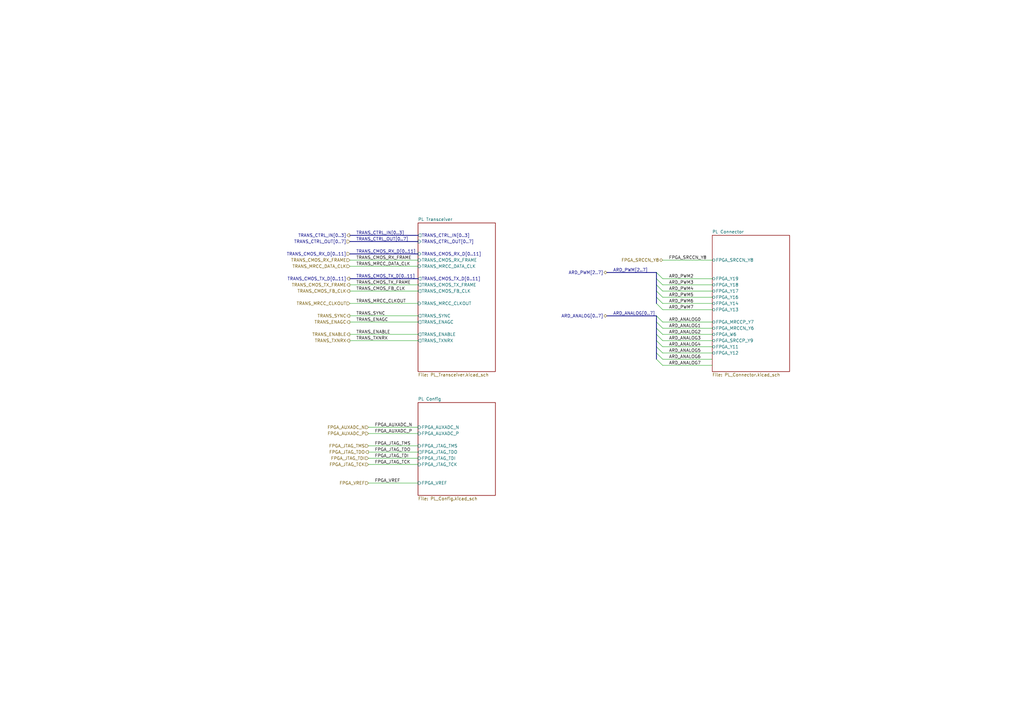
<source format=kicad_sch>
(kicad_sch (version 20220126) (generator eeschema)
  (paper "A3")
  (lib_symbols)
  (bus_entry (at 269.24 124.46) (size 2.54 2.54))
  (bus_entry (at 269.24 142.24) (size 2.54 2.54))
  (bus_entry (at 269.24 116.84) (size 2.54 2.54))
  (bus_entry (at 269.24 144.78) (size 2.54 2.54))
  (bus_entry (at 269.24 137.16) (size 2.54 2.54))
  (bus_entry (at 269.24 111.76) (size 2.54 2.54))
  (bus_entry (at 269.24 132.08) (size 2.54 2.54))
  (bus_entry (at 269.24 147.32) (size 2.54 2.54))
  (bus_entry (at 269.24 114.3) (size 2.54 2.54))
  (bus_entry (at 269.24 129.54) (size 2.54 2.54))
  (bus_entry (at 269.24 121.92) (size 2.54 2.54))
  (bus_entry (at 269.24 139.7) (size 2.54 2.54))
  (bus_entry (at 269.24 119.38) (size 2.54 2.54))
  (bus_entry (at 269.24 134.62) (size 2.54 2.54))
  (wire (pts (xy 271.78 124.46) (xy 292.1 124.46)))
  (wire (pts (xy 151.13 182.88) (xy 171.45 182.88)))
  (bus (pts (xy 143.51 114.3) (xy 171.45 114.3)))
  (bus (pts (xy 269.24 119.38) (xy 269.24 116.84)))
  (wire (pts (xy 143.51 139.7) (xy 171.45 139.7)))
  (bus (pts (xy 269.24 134.62) (xy 269.24 132.08)))
  (wire (pts (xy 143.51 109.22) (xy 171.45 109.22)))
  (wire (pts (xy 271.78 139.7) (xy 292.1 139.7)))
  (wire (pts (xy 271.78 149.86) (xy 292.1 149.86)))
  (bus (pts (xy 269.24 137.16) (xy 269.24 134.62)))
  (bus (pts (xy 269.24 139.7) (xy 269.24 137.16)))
  (bus (pts (xy 269.24 139.7) (xy 269.24 142.24)))
  (wire (pts (xy 151.13 175.26) (xy 171.45 175.26)))
  (bus (pts (xy 269.24 116.84) (xy 269.24 114.3)))
  (wire (pts (xy 143.51 119.38) (xy 171.45 119.38)))
  (wire (pts (xy 143.51 129.54) (xy 171.45 129.54)))
  (bus (pts (xy 269.24 132.08) (xy 269.24 129.54)))
  (wire (pts (xy 271.78 147.32) (xy 292.1 147.32)))
  (wire (pts (xy 271.78 121.92) (xy 292.1 121.92)))
  (bus (pts (xy 248.92 129.54) (xy 269.24 129.54)))
  (wire (pts (xy 143.51 124.46) (xy 171.45 124.46)))
  (bus (pts (xy 269.24 144.78) (xy 269.24 147.32)))
  (wire (pts (xy 271.78 119.38) (xy 292.1 119.38)))
  (bus (pts (xy 269.24 114.3) (xy 269.24 111.76)))
  (wire (pts (xy 151.13 190.5) (xy 171.45 190.5)))
  (bus (pts (xy 143.51 99.06) (xy 171.45 99.06)))
  (wire (pts (xy 143.51 132.08) (xy 171.45 132.08)))
  (wire (pts (xy 271.78 132.08) (xy 292.1 132.08)))
  (bus (pts (xy 143.51 96.52) (xy 171.45 96.52)))
  (wire (pts (xy 271.78 137.16) (xy 292.1 137.16)))
  (wire (pts (xy 151.13 187.96) (xy 171.45 187.96)))
  (wire (pts (xy 151.13 185.42) (xy 171.45 185.42)))
  (bus (pts (xy 143.51 104.14) (xy 171.45 104.14)))
  (wire (pts (xy 271.78 106.68) (xy 292.1 106.68)))
  (bus (pts (xy 269.24 142.24) (xy 269.24 144.78)))
  (wire (pts (xy 271.78 116.84) (xy 292.1 116.84)))
  (wire (pts (xy 271.78 114.3) (xy 292.1 114.3)))
  (bus (pts (xy 269.24 121.92) (xy 269.24 119.38)))
  (bus (pts (xy 248.92 111.76) (xy 269.24 111.76)))
  (wire (pts (xy 271.78 127) (xy 292.1 127)))
  (bus (pts (xy 269.24 124.46) (xy 269.24 121.92)))
  (wire (pts (xy 271.78 142.24) (xy 292.1 142.24)))
  (wire (pts (xy 151.13 177.8) (xy 171.45 177.8)))
  (wire (pts (xy 143.51 116.84) (xy 171.45 116.84)))
  (wire (pts (xy 143.51 106.68) (xy 171.45 106.68)))
  (wire (pts (xy 151.13 198.12) (xy 171.45 198.12)))
  (wire (pts (xy 143.51 137.16) (xy 171.45 137.16)))
  (wire (pts (xy 271.78 134.62) (xy 292.1 134.62)))
  (wire (pts (xy 271.78 144.78) (xy 292.1 144.78)))
  (label "FPGA_AUXADC_N" (at 153.67 175.26 0))
  (label "ARD_PWM6" (at 274.32 124.46 0))
  (label "TRANS_CTRL_IN[0..3]" (at 146.05 96.52 0))
  (label "ARD_ANALOG0" (at 274.32 132.08 0))
  (label "ARD_ANALOG1" (at 274.32 134.62 0))
  (label "ARD_ANALOG2" (at 274.32 137.16 0))
  (label "FPGA_VREF" (at 153.67 198.12 0))
  (label "ARD_ANALOG5" (at 274.32 144.78 0))
  (label "FPGA_JTAG_TMS" (at 153.67 182.88 0))
  (label "ARD_ANALOG4" (at 274.32 142.24 0))
  (label "ARD_ANALOG6" (at 274.32 147.32 0))
  (label "FPGA_JTAG_TDI" (at 153.67 187.96 0))
  (label "TRANS_CMOS_FB_CLK" (at 146.05 119.38 0))
  (label "TRANS_MRCC_DATA_CLK" (at 146.05 109.22 0))
  (label "ARD_PWM3" (at 274.32 116.84 0))
  (label "ARD_ANALOG7" (at 274.32 149.86 0))
  (label "TRANS_ENAGC" (at 146.05 132.08 0))
  (label "TRANS_TXNRX" (at 146.05 139.7 0))
  (label "TRANS_CMOS_RX_FRAME" (at 146.05 106.68 0))
  (label "TRANS_SYNC" (at 146.05 129.54 0))
  (label "ARD_PWM5" (at 274.32 121.92 0))
  (label "ARD_ANALOG[0..7]" (at 251.46 129.54 0))
  (label "TRANS_ENABLE" (at 146.05 137.16 0))
  (label "TRANS_MRCC_CLKOUT" (at 146.05 124.46 0))
  (label "TRANS_CTRL_OUT[0..7]" (at 146.05 99.06 0))
  (label "FPGA_JTAG_TDO" (at 153.67 185.42 0))
  (label "FPGA_JTAG_TCK" (at 153.67 190.5 0))
  (label "TRANS_CMOS_TX_FRAME" (at 146.05 116.84 0))
  (label "ARD_PWM4" (at 274.32 119.38 0))
  (label "TRANS_CMOS_TX_D[0..11]" (at 146.05 114.3 0))
  (label "TRANS_CMOS_RX_D[0..11]" (at 146.05 104.14 0))
  (label "FPGA_SRCCN_Y8" (at 274.32 106.68 0))
  (label "ARD_PWM[2..7]" (at 251.46 111.76 0))
  (label "ARD_PWM7" (at 274.32 127 0))
  (label "ARD_ANALOG3" (at 274.32 139.7 0))
  (label "ARD_PWM2" (at 274.32 114.3 0))
  (label "FPGA_AUXADC_P" (at 153.67 177.8 0))
  (hierarchical_label "TRANS_ENAGC" (shape output) (at 143.51 132.08 180))
  (hierarchical_label "TRANS_MRCC_CLKOUT" (shape input) (at 143.51 124.46 180))
  (hierarchical_label "TRANS_CMOS_RX_D[0..11]" (shape input) (at 143.51 104.14 180))
  (hierarchical_label "FPGA_AUXADC_P" (shape input) (at 151.13 177.8 180))
  (hierarchical_label "FPGA_AUXADC_N" (shape input) (at 151.13 175.26 180))
  (hierarchical_label "TRANS_CMOS_FB_CLK" (shape output) (at 143.51 119.38 180))
  (hierarchical_label "TRANS_CMOS_RX_FRAME" (shape input) (at 143.51 106.68 180))
  (hierarchical_label "TRANS_ENABLE" (shape output) (at 143.51 137.16 180))
  (hierarchical_label "FPGA_JTAG_TCK" (shape input) (at 151.13 190.5 180))
  (hierarchical_label "ARD_PWM[2..7]" (shape bidirectional) (at 248.92 111.76 180))
  (hierarchical_label "ARD_ANALOG[0..7]" (shape bidirectional) (at 248.92 129.54 180))
  (hierarchical_label "FPGA_VREF" (shape input) (at 151.13 198.12 180))
  (hierarchical_label "FPGA_JTAG_TMS" (shape input) (at 151.13 182.88 180))
  (hierarchical_label "FPGA_SRCCN_Y8" (shape bidirectional) (at 271.78 106.68 180))
  (hierarchical_label "TRANS_SYNC" (shape output) (at 143.51 129.54 180))
  (hierarchical_label "TRANS_CMOS_TX_D[0..11]" (shape output) (at 143.51 114.3 180))
  (hierarchical_label "TRANS_CTRL_IN[0..3]" (shape output) (at 143.51 96.52 180))
  (hierarchical_label "TRANS_TXNRX" (shape output) (at 143.51 139.7 180))
  (hierarchical_label "TRANS_CMOS_TX_FRAME" (shape output) (at 143.51 116.84 180))
  (hierarchical_label "FPGA_JTAG_TDO" (shape output) (at 151.13 185.42 180))
  (hierarchical_label "TRANS_MRCC_DATA_CLK" (shape input) (at 143.51 109.22 180))
  (hierarchical_label "TRANS_CTRL_OUT[0..7]" (shape input) (at 143.51 99.06 180))
  (hierarchical_label "FPGA_JTAG_TDI" (shape input) (at 151.13 187.96 180))
  (sheet (at 171.45 165.1) (size 31.75 38.1) (stroke (width 0.1524))
    (property "Sheetname" "PL Config" (at 171.45 164.3884 0) (effects (justify left bottom)))
    (property "Sheetfile" "PL_Config.kicad_sch" (at 171.45 203.7846 0) (effects (justify left top)))
    (pin "FPGA_VREF" input (at 171.45 198.12 180))
    (pin "FPGA_JTAG_TCK" input (at 171.45 190.5 180))
    (pin "FPGA_JTAG_TDI" input (at 171.45 187.96 180))
    (pin "FPGA_JTAG_TDO" output (at 171.45 185.42 180))
    (pin "FPGA_JTAG_TMS" input (at 171.45 182.88 180))
    (pin "FPGA_AUXADC_P" input (at 171.45 177.8 180))
    (pin "FPGA_AUXADC_N" input (at 171.45 175.26 180))
  )
  (sheet (at 171.45 91.44) (size 31.75 60.96) (stroke (width 0.1524))
    (property "Sheetname" "PL Transceiver" (at 171.45 90.7284 0) (effects (justify left bottom)))
    (property "Sheetfile" "PL_Transceiver.kicad_sch" (at 171.45 152.9846 0) (effects (justify left top)))
    (pin "TRANS_CTRL_IN[0..3]" output (at 171.45 96.52 180))
    (pin "TRANS_CTRL_OUT[0..7]" input (at 171.45 99.06 180))
    (pin "TRANS_CMOS_RX_FRAME" input (at 171.45 106.68 180))
    (pin "TRANS_CMOS_TX_D[0..11]" output (at 171.45 114.3 180))
    (pin "TRANS_MRCC_DATA_CLK" input (at 171.45 109.22 180))
    (pin "TRANS_CMOS_RX_D[0..11]" input (at 171.45 104.14 180))
    (pin "TRANS_CMOS_TX_FRAME" output (at 171.45 116.84 180))
    (pin "TRANS_CMOS_FB_CLK" output (at 171.45 119.38 180))
    (pin "TRANS_MRCC_CLKOUT" input (at 171.45 124.46 180))
    (pin "TRANS_SYNC" output (at 171.45 129.54 180))
    (pin "TRANS_ENAGC" output (at 171.45 132.08 180))
    (pin "TRANS_ENABLE" output (at 171.45 137.16 180))
    (pin "TRANS_TXNRX" output (at 171.45 139.7 180))
  )
  (sheet (at 292.1 96.52) (size 31.75 55.88) (stroke (width 0.1524))
    (property "Sheetname" "PL Connector" (at 292.1 95.8084 0) (effects (justify left bottom)))
    (property "Sheetfile" "PL_Connector.kicad_sch" (at 292.1 152.9846 0) (effects (justify left top)))
    (pin "FPGA_MRCCP_Y7" bidirectional (at 292.1 132.08 180))
    (pin "FPGA_Y12" bidirectional (at 292.1 144.78 180))
    (pin "FPGA_MRCCN_Y6" bidirectional (at 292.1 134.62 180))
    (pin "FPGA_SRCCP_Y9" bidirectional (at 292.1 139.7 180))
    (pin "FPGA_W6" bidirectional (at 292.1 137.16 180))
    (pin "FPGA_Y11" bidirectional (at 292.1 142.24 180))
    (pin "FPGA_SRCCN_Y8" bidirectional (at 292.1 106.68 180))
    (pin "FPGA_Y14" bidirectional (at 292.1 124.46 180))
    (pin "FPGA_Y17" bidirectional (at 292.1 119.38 180))
    (pin "FPGA_Y19" bidirectional (at 292.1 114.3 180))
    (pin "FPGA_Y18" bidirectional (at 292.1 116.84 180))
    (pin "FPGA_Y16" bidirectional (at 292.1 121.92 180))
    (pin "FPGA_Y13" bidirectional (at 292.1 127 180))
  )
)
</source>
